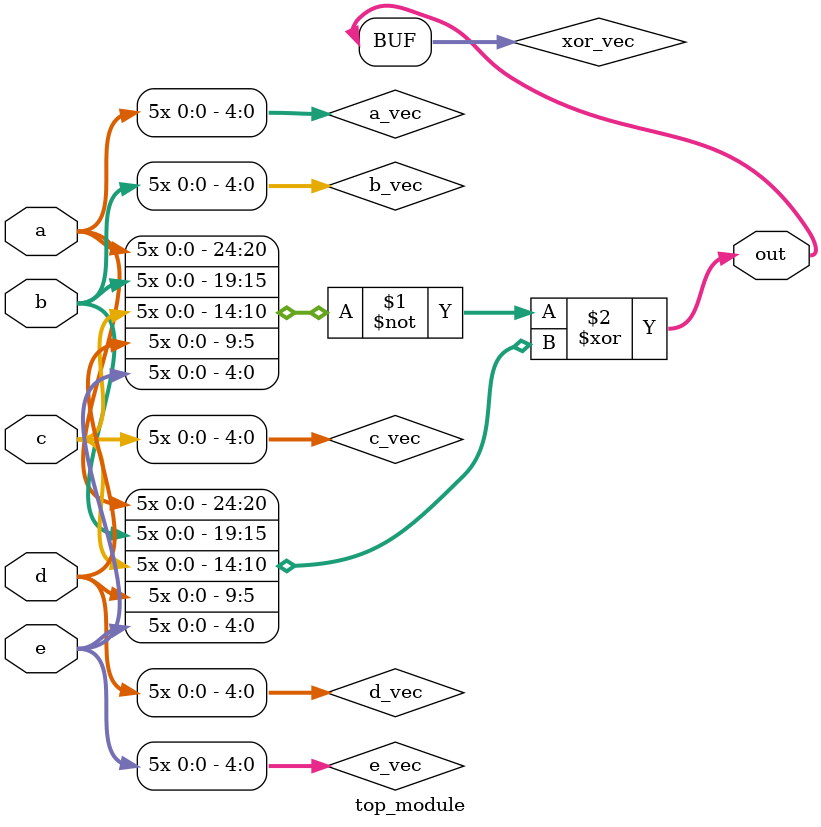
<source format=sv>
module top_module (
    input a,
    input b,
    input c,
    input d,
    input e,
    output [24:0] out
);

wire [4:0] a_vec, b_vec, c_vec, d_vec, e_vec;
wire [24:0] xor_vec, and_vec;

// Create the 5-bit vector for each input signal
assign a_vec = {5{a}};
assign b_vec = {5{b}};
assign c_vec = {5{c}};
assign d_vec = {5{d}};
assign e_vec = {5{e}};

// Compute the bitwise exclusive-or of the two 25-bit vectors
assign xor_vec = ~{a_vec, b_vec, c_vec, d_vec, e_vec} ^ {a_vec, b_vec, c_vec, d_vec, e_vec};

// Assign the result to the output
assign out = xor_vec;

endmodule

</source>
